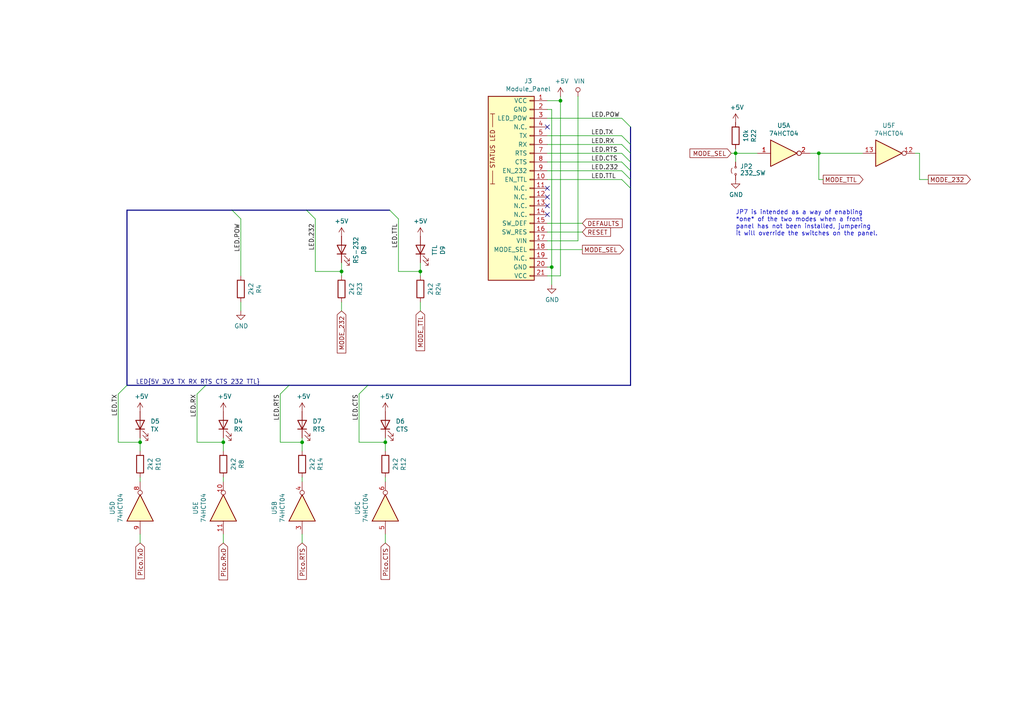
<source format=kicad_sch>
(kicad_sch (version 20231120) (generator "eeschema") (generator_version "8.0")
  (paper "A4")
  (title_block (title "BulkyModem Module (Front Panel)") (comment 3 "LED resistor values are suggested safe values, but need to be adjusted for LEDs used.") (comment 4 "Front panel connector as well as circuitry for switches and LEDs."))
  (lib_symbols
    (symbol "74xx:74HCT04"
      (property "Reference" "U" (at 0 1.27 0))
      (property "Value" "74HCT04" (at 0 -1.27 0))
      (symbol "74HCT04_1_0"
        (polyline (pts (xy -3.81 3.81) (xy -3.81 -3.81) (xy 3.81 0) (xy -3.81 3.81)) (stroke (width 0.254)) (fill (type background)))
        (pin input line (at -7.62 0 0) (length 3.81) (name "~") (number "1"))
        (pin output inverted (at 7.62 0 180) (length 3.81) (name "~") (number "2"))
      )
      (symbol "74HCT04_2_0"
        (polyline (pts (xy -3.81 3.81) (xy -3.81 -3.81) (xy 3.81 0) (xy -3.81 3.81)) (stroke (width 0.254)) (fill (type background)))
        (pin input line (at -7.62 0 0) (length 3.81) (name "~") (number "3"))
        (pin output inverted (at 7.62 0 180) (length 3.81) (name "~") (number "4"))
      )
      (symbol "74HCT04_3_0"
        (polyline (pts (xy -3.81 3.81) (xy -3.81 -3.81) (xy 3.81 0) (xy -3.81 3.81)) (stroke (width 0.254)) (fill (type background)))
        (pin input line (at -7.62 0 0) (length 3.81) (name "~") (number "5"))
        (pin output inverted (at 7.62 0 180) (length 3.81) (name "~") (number "6"))
      )
      (symbol "74HCT04_4_0"
        (polyline (pts (xy -3.81 3.81) (xy -3.81 -3.81) (xy 3.81 0) (xy -3.81 3.81)) (stroke (width 0.254)) (fill (type background)))
        (pin output inverted (at 7.62 0 180) (length 3.81) (name "~") (number "8"))
        (pin input line (at -7.62 0 0) (length 3.81) (name "~") (number "9"))
      )
      (symbol "74HCT04_5_0"
        (polyline (pts (xy -3.81 3.81) (xy -3.81 -3.81) (xy 3.81 0) (xy -3.81 3.81)) (stroke (width 0.254)) (fill (type background)))
        (pin output inverted (at 7.62 0 180) (length 3.81) (name "~") (number "10"))
        (pin input line (at -7.62 0 0) (length 3.81) (name "~") (number "11"))
      )
      (symbol "74HCT04_6_0"
        (polyline (pts (xy -3.81 3.81) (xy -3.81 -3.81) (xy 3.81 0) (xy -3.81 3.81)) (stroke (width 0.254)) (fill (type background)))
        (pin output inverted (at 7.62 0 180) (length 3.81) (name "~") (number "12"))
        (pin input line (at -7.62 0 0) (length 3.81) (name "~") (number "13"))
      )
      (symbol "74HCT04_7_0"
        (pin power_in line (at 0 12.7 270) (length 5.08) (name "VCC") (number "14"))
        (pin power_in line (at 0 -12.7 90) (length 5.08) (name "GND") (number "7"))
      )
      (symbol "74HCT04_7_1"
        (rectangle (start -5.08 7.62) (end 5.08 -7.62) (stroke (width 0.254)) (fill (type background)))
      )
    )
    (symbol "BulkyModem:Terminal_Panel" (pin_names (offset 2.0066))
      (property "Reference" "J" (at 0 27.94 0))
      (property "Value" "Terminal_Panel" (at 0 -27.94 0))
      (symbol "Terminal_Panel_0_0"
        (polyline (pts (xy 10.795 1.27) (xy 10.795 5.08)))
        (polyline (pts (xy 10.795 21.59) (xy 10.795 17.78)))
        (text "STATUS LED" (at 10.795 11.43 900) (effects (font (size 1.27 1.27))))
      )
      (symbol "Terminal_Panel_0_1"
        (rectangle (start -1.27 26.67) (end 12.065 -26.67) (stroke (width 0.254)) (fill (type background)))
        (polyline (pts (xy 10.16 21.59) (xy 11.43 21.59)))
        (polyline (pts (xy 11.43 1.27) (xy 10.16 1.27)))
      )
      (symbol "Terminal_Panel_1_1"
        (rectangle (start -1.27 -25.273) (end 0 -25.527) (stroke (width 0.1524)))
        (rectangle (start -1.27 -22.733) (end 0 -22.987) (stroke (width 0.1524)))
        (rectangle (start -1.27 -20.193) (end 0 -20.447) (stroke (width 0.1524)))
        (rectangle (start -1.27 -17.653) (end 0 -17.907) (stroke (width 0.1524)))
        (rectangle (start -1.27 -15.113) (end 0 -15.367) (stroke (width 0.1524)))
        (rectangle (start -1.27 -12.573) (end 0 -12.827) (stroke (width 0.1524)))
        (rectangle (start -1.27 -10.033) (end 0 -10.287) (stroke (width 0.1524)))
        (rectangle (start -1.27 -7.493) (end 0 -7.747) (stroke (width 0.1524)))
        (rectangle (start -1.27 -4.953) (end 0 -5.207) (stroke (width 0.1524)))
        (rectangle (start -1.27 -2.413) (end 0 -2.667) (stroke (width 0.1524)))
        (rectangle (start -1.27 0.127) (end 0 -0.127) (stroke (width 0.1524)))
        (rectangle (start -1.27 2.667) (end 0 2.413) (stroke (width 0.1524)))
        (rectangle (start -1.27 5.207) (end 0 4.953) (stroke (width 0.1524)))
        (rectangle (start -1.27 7.747) (end 0 7.493) (stroke (width 0.1524)))
        (rectangle (start -1.27 10.287) (end 0 10.033) (stroke (width 0.1524)))
        (rectangle (start -1.27 12.827) (end 0 12.573) (stroke (width 0.1524)))
        (rectangle (start -1.27 15.367) (end 0 15.113) (stroke (width 0.1524)))
        (rectangle (start -1.27 17.907) (end 0 17.653) (stroke (width 0.1524)))
        (rectangle (start -1.27 20.447) (end 0 20.193) (stroke (width 0.1524)))
        (rectangle (start -1.27 22.987) (end 0 22.733) (stroke (width 0.1524)))
        (rectangle (start -1.27 25.527) (end 0 25.273) (stroke (width 0.1524)))
        (pin power_in line (at -5.08 25.4 0) (length 3.81) (name "VCC") (number "1"))
        (pin passive line (at -5.08 2.54 0) (length 3.81) (name "EN_TTL") (number "10"))
        (pin passive line (at -5.08 0 0) (length 3.81) (name "N.C.") (number "11"))
        (pin passive line (at -5.08 -2.54 0) (length 3.81) (name "N.C.") (number "12"))
        (pin passive line (at -5.08 -5.08 0) (length 3.81) (name "N.C.") (number "13"))
        (pin passive line (at -5.08 -7.62 0) (length 3.81) (name "N.C.") (number "14"))
        (pin passive line (at -5.08 -10.16 0) (length 3.81) (name "SW_DEF") (number "15"))
        (pin passive line (at -5.08 -12.7 0) (length 3.81) (name "SW_RES") (number "16"))
        (pin passive line (at -5.08 -15.24 0) (length 3.81) (name "VIN") (number "17"))
        (pin passive line (at -5.08 -17.78 0) (length 3.81) (name "MODE_SEL") (number "18"))
        (pin passive line (at -5.08 -20.32 0) (length 3.81) (name "N.C.") (number "19"))
        (pin power_in line (at -5.08 22.86 0) (length 3.81) (name "GND") (number "2"))
        (pin passive line (at -5.08 -22.86 0) (length 3.81) (name "GND") (number "20"))
        (pin passive line (at -5.08 -25.4 0) (length 3.81) (name "VCC") (number "21"))
        (pin passive line (at -5.08 20.32 0) (length 3.81) (name "LED_POW") (number "3"))
        (pin passive line (at -5.08 17.78 0) (length 3.81) (name "N.C.") (number "4"))
        (pin passive line (at -5.08 15.24 0) (length 3.81) (name "TX") (number "5"))
        (pin passive line (at -5.08 12.7 0) (length 3.81) (name "RX") (number "6"))
        (pin passive line (at -5.08 10.16 0) (length 3.81) (name "RTS") (number "7"))
        (pin passive line (at -5.08 7.62 0) (length 3.81) (name "CTS") (number "8"))
        (pin passive line (at -5.08 5.08 0) (length 3.81) (name "EN_232") (number "9"))
      )
    )
    (symbol "Device:LED" (pin_numbers hide) (pin_names (offset 1.016) hide)
      (property "Reference" "D" (at 0 2.54 0))
      (property "Value" "LED" (at 0 -2.54 0))
      (symbol "LED_0_1"
        (polyline (pts (xy -1.27 -1.27) (xy -1.27 1.27)) (stroke (width 0.254)))
        (polyline (pts (xy -1.27 0) (xy 1.27 0)))
        (polyline (pts (xy 1.27 -1.27) (xy 1.27 1.27) (xy -1.27 0) (xy 1.27 -1.27)) (stroke (width 0.254)))
        (polyline (pts (xy -3.048 -0.762) (xy -4.572 -2.286) (xy -3.81 -2.286) (xy -4.572 -2.286) (xy -4.572 -1.524)))
        (polyline (pts (xy -1.778 -0.762) (xy -3.302 -2.286) (xy -2.54 -2.286) (xy -3.302 -2.286) (xy -3.302 -1.524)))
      )
      (symbol "LED_1_1"
        (pin passive line (at -3.81 0 0) (length 2.54) (name "K") (number "1"))
        (pin passive line (at 3.81 0 180) (length 2.54) (name "A") (number "2"))
      )
    )
    (symbol "Device:R" (pin_numbers hide) (pin_names (offset 0))
      (property "Reference" "R" (at 2.032 0 90))
      (property "Value" "R" (at 0 0 90))
      (symbol "R_0_1"
        (rectangle (start -1.016 -2.54) (end 1.016 2.54) (stroke (width 0.254)))
      )
      (symbol "R_1_1"
        (pin passive line (at 0 3.81 270) (length 1.27) (name "~") (number "1"))
        (pin passive line (at 0 -3.81 90) (length 1.27) (name "~") (number "2"))
      )
    )
    (symbol "Jumper:Jumper_2_Small_Open" (pin_numbers hide) (pin_names (offset 0) hide) (exclude_from_sim yes)
      (property "Reference" "JP" (at 0 2.794 0))
      (property "Value" "Jumper_2_Small_Open" (at 0 -2.286 0))
      (symbol "Jumper_2_Small_Open_0_0"
        (circle (center -1.016 0) (radius 0.254))
        (circle (center 1.016 0) (radius 0.254))
      )
      (symbol "Jumper_2_Small_Open_0_1"
        (arc (start 0.762 1.0196) (mid 0 1.2729) (end -0.762 1.0196))
      )
      (symbol "Jumper_2_Small_Open_1_1"
        (pin passive line (at -2.54 0 0) (length 1.27) (name "A") (number "1"))
        (pin passive line (at 2.54 0 180) (length 1.27) (name "B") (number "2"))
      )
    )
    (symbol "barrel_jack:VIN" (power) (pin_names (offset 0))
      (property "Value" "VIN" (at 0 3.81 0))
      (symbol "VIN_0_1"
        (polyline (pts (xy 0 0) (xy 0 1.27)))
        (circle (center 0 1.905) (radius 0.635))
      )
      (symbol "VIN_1_1"
        (pin power_in line (at 0 0 90) (length 0) hide (name "VIN") (number "1"))
      )
    )
    (symbol "power:+5V" (power) (pin_numbers hide) (pin_names (offset 0) hide)
      (property "Value" "+5V" (at 0 3.556 0))
      (symbol "+5V_0_1"
        (polyline (pts (xy -0.762 1.27) (xy 0 2.54)))
        (polyline (pts (xy 0 0) (xy 0 2.54)))
        (polyline (pts (xy 0 2.54) (xy 0.762 1.27)))
      )
      (symbol "+5V_1_1"
        (pin power_in line (at 0 0 90) (length 0) (name "~") (number "1"))
      )
    )
    (symbol "power:GND" (power) (pin_numbers hide) (pin_names (offset 0) hide)
      (property "Value" "GND" (at 0 -3.81 0))
      (symbol "GND_0_1"
        (polyline (pts (xy 0 0) (xy 0 -1.27) (xy 1.27 -1.27) (xy 0 -2.54) (xy -1.27 -1.27) (xy 0 -1.27)))
      )
      (symbol "GND_1_1"
        (pin power_in line (at 0 0 270) (length 0) (name "~") (number "1"))
      )
    )
  )
  (junction (at 121.92 78.74))
  (junction (at 99.06 78.74))
  (junction (at 40.64 128.27))
  (junction (at 111.76 128.27))
  (junction (at 64.77 128.27))
  (junction (at 87.63 128.27))
  (junction (at 237.49 44.45))
  (junction (at 162.56 29.21))
  (junction (at 213.36 44.45))
  (junction (at 160.02 77.47))
  (no_connect (at 158.75 36.83))
  (no_connect (at 158.75 62.23))
  (no_connect (at 158.75 59.69))
  (no_connect (at 158.75 57.15))
  (no_connect (at 158.75 54.61))
  (bus_entry (at 182.88 49.53) (size -2.54 -2.54))
  (bus_entry (at 106.68 111.76) (size -2.54 2.54))
  (bus_entry (at 88.9 60.96) (size 2.54 2.54))
  (bus_entry (at 182.88 52.07) (size -2.54 -2.54))
  (bus_entry (at 67.31 60.96) (size 2.54 2.54))
  (bus_entry (at 182.88 54.61) (size -2.54 -2.54))
  (bus_entry (at 113.03 60.96) (size 2.54 2.54))
  (bus_entry (at 83.82 111.76) (size -2.54 2.54))
  (bus_entry (at 182.88 41.91) (size -2.54 -2.54))
  (bus_entry (at 36.83 111.76) (size -2.54 2.54))
  (bus_entry (at 59.69 111.76) (size -2.54 2.54))
  (bus_entry (at 182.88 44.45) (size -2.54 -2.54))
  (bus_entry (at 182.88 46.99) (size -2.54 -2.54))
  (bus_entry (at 182.88 36.83) (size -2.54 -2.54))
  (wire (pts (xy 64.77 128.27) (xy 64.77 130.81)))
  (wire (pts (xy 111.76 154.94) (xy 111.76 157.48)))
  (wire (pts (xy 111.76 128.27) (xy 111.76 130.81)))
  (wire (pts (xy 167.64 69.85) (xy 158.75 69.85)))
  (wire (pts (xy 81.28 128.27) (xy 81.28 114.3)))
  (bus (pts (xy 36.83 60.96) (xy 67.31 60.96)))
  (wire (pts (xy 99.06 76.2) (xy 99.06 78.74)))
  (bus (pts (xy 182.88 52.07) (xy 182.88 54.61)))
  (wire (pts (xy 158.75 41.91) (xy 180.34 41.91)))
  (wire (pts (xy 115.57 78.74) (xy 121.92 78.74)))
  (wire (pts (xy 121.92 76.2) (xy 121.92 78.74)))
  (wire (pts (xy 40.64 127) (xy 40.64 128.27)))
  (wire (pts (xy 40.64 138.43) (xy 40.64 139.7)))
  (wire (pts (xy 87.63 127) (xy 87.63 128.27)))
  (wire (pts (xy 250.19 44.45) (xy 237.49 44.45)))
  (wire (pts (xy 87.63 139.7) (xy 87.63 138.43)))
  (bus (pts (xy 36.83 60.96) (xy 36.83 111.76)))
  (wire (pts (xy 121.92 87.63) (xy 121.92 90.17)))
  (bus (pts (xy 83.82 111.76) (xy 106.68 111.76)))
  (wire (pts (xy 269.24 52.07) (xy 266.7 52.07)))
  (wire (pts (xy 162.56 29.21) (xy 162.56 27.94)))
  (wire (pts (xy 111.76 127) (xy 111.76 128.27)))
  (bus (pts (xy 182.88 46.99) (xy 182.88 49.53)))
  (wire (pts (xy 87.63 154.94) (xy 87.63 157.48)))
  (wire (pts (xy 158.75 80.01) (xy 162.56 80.01)))
  (wire (pts (xy 115.57 78.74) (xy 115.57 63.5)))
  (wire (pts (xy 158.75 64.77) (xy 168.91 64.77)))
  (wire (pts (xy 40.64 154.94) (xy 40.64 157.48)))
  (wire (pts (xy 111.76 139.7) (xy 111.76 138.43)))
  (wire (pts (xy 104.14 128.27) (xy 104.14 114.3)))
  (wire (pts (xy 91.44 78.74) (xy 91.44 63.5)))
  (wire (pts (xy 121.92 78.74) (xy 121.92 80.01)))
  (wire (pts (xy 266.7 44.45) (xy 266.7 52.07)))
  (bus (pts (xy 182.88 41.91) (xy 182.88 44.45)))
  (wire (pts (xy 237.49 52.07) (xy 238.76 52.07)))
  (bus (pts (xy 182.88 36.83) (xy 182.88 41.91)))
  (wire (pts (xy 99.06 78.74) (xy 99.06 80.01)))
  (bus (pts (xy 182.88 44.45) (xy 182.88 46.99)))
  (bus (pts (xy 182.88 54.61) (xy 182.88 111.76)))
  (bus (pts (xy 106.68 111.76) (xy 182.88 111.76)))
  (wire (pts (xy 81.28 128.27) (xy 87.63 128.27)))
  (wire (pts (xy 34.29 128.27) (xy 40.64 128.27)))
  (wire (pts (xy 158.75 67.31) (xy 168.91 67.31)))
  (wire (pts (xy 158.75 52.07) (xy 180.34 52.07)))
  (wire (pts (xy 91.44 78.74) (xy 99.06 78.74)))
  (wire (pts (xy 213.36 44.45) (xy 213.36 43.18)))
  (bus (pts (xy 59.69 111.76) (xy 83.82 111.76)))
  (wire (pts (xy 104.14 128.27) (xy 111.76 128.27)))
  (wire (pts (xy 167.64 27.94) (xy 167.64 69.85)))
  (wire (pts (xy 57.15 128.27) (xy 57.15 114.3)))
  (wire (pts (xy 69.85 87.63) (xy 69.85 90.17)))
  (wire (pts (xy 213.36 46.99) (xy 213.36 44.45)))
  (wire (pts (xy 40.64 128.27) (xy 40.64 130.81)))
  (wire (pts (xy 212.09 44.45) (xy 213.36 44.45)))
  (wire (pts (xy 266.7 44.45) (xy 265.43 44.45)))
  (wire (pts (xy 158.75 77.47) (xy 160.02 77.47)))
  (wire (pts (xy 158.75 72.39) (xy 168.91 72.39)))
  (wire (pts (xy 160.02 77.47) (xy 160.02 82.55)))
  (wire (pts (xy 99.06 87.63) (xy 99.06 90.17)))
  (wire (pts (xy 64.77 154.94) (xy 64.77 157.48)))
  (bus (pts (xy 36.83 111.76) (xy 59.69 111.76)))
  (bus (pts (xy 182.88 49.53) (xy 182.88 52.07)))
  (wire (pts (xy 158.75 34.29) (xy 180.34 34.29)))
  (wire (pts (xy 64.77 138.43) (xy 64.77 139.7)))
  (wire (pts (xy 64.77 127) (xy 64.77 128.27)))
  (wire (pts (xy 160.02 31.75) (xy 160.02 77.47)))
  (bus (pts (xy 67.31 60.96) (xy 88.9 60.96)))
  (wire (pts (xy 69.85 63.5) (xy 69.85 80.01)))
  (wire (pts (xy 87.63 128.27) (xy 87.63 130.81)))
  (wire (pts (xy 158.75 29.21) (xy 162.56 29.21)))
  (wire (pts (xy 162.56 29.21) (xy 162.56 80.01)))
  (wire (pts (xy 158.75 46.99) (xy 180.34 46.99)))
  (wire (pts (xy 34.29 128.27) (xy 34.29 114.3)))
  (wire (pts (xy 158.75 44.45) (xy 180.34 44.45)))
  (wire (pts (xy 57.15 128.27) (xy 64.77 128.27)))
  (wire (pts (xy 158.75 39.37) (xy 180.34 39.37)))
  (wire (pts (xy 234.95 44.45) (xy 237.49 44.45)))
  (bus (pts (xy 88.9 60.96) (xy 113.03 60.96)))
  (wire (pts (xy 213.36 44.45) (xy 219.71 44.45)))
  (wire (pts (xy 160.02 31.75) (xy 158.75 31.75)))
  (wire (pts (xy 237.49 44.45) (xy 237.49 52.07)))
  (wire (pts (xy 158.75 49.53) (xy 180.34 49.53)))
  (text "JP7 is intended as a way of enabling\n*one* of the two modes when a front\npanel has not been installed, jumpering\nit will override the switches on the panel." (at 213.36 68.58 0) (effects (font (size 1.27 1.27)) (justify left bottom)))
  (label "LED.RTS" (at 81.28 114.3 270))
  (label "LED.TX" (at 34.29 114.3 270))
  (label "LED.232" (at 91.44 64.77 270))
  (label "LED.TTL" (at 115.57 64.77 270))
  (label "LED.RX" (at 57.15 114.3 270))
  (label "LED.RX" (at 171.45 41.91 0))
  (label "LED.TTL" (at 171.45 52.07 0))
  (label "LED.POW" (at 171.45 34.29 0))
  (label "LED.TX" (at 171.45 39.37 0))
  (label "LED.CTS" (at 104.14 114.3 270))
  (label "LED.POW" (at 69.85 64.77 270))
  (label "LED.RTS" (at 171.45 44.45 0))
  (label "LED.CTS" (at 171.45 46.99 0))
  (label "LED{5V 3V3 TX RX RTS CTS 232 TTL}" (at 39.37 111.76 0))
  (label "LED.232" (at 171.45 49.53 0))
  (global_label "MODE_TTL" (shape output) (at 238.76 52.07 0) (property "Intersheetrefs" "${INTERSHEET_REFS}" (effects (hide yes))))
  (global_label "Pico.TxD" (shape input) (at 40.64 157.48 270) (property "Intersheetrefs" "${INTERSHEET_REFS}" (effects (hide yes))))
  (global_label "MODE_TTL" (shape input) (at 121.92 90.17 270) (property "Intersheetrefs" "${INTERSHEET_REFS}" (effects (hide yes))))
  (global_label "MODE_SEL" (shape output) (at 168.91 72.39 0) (property "Intersheetrefs" "${INTERSHEET_REFS}" (effects (hide yes))))
  (global_label "Pico.CTS" (shape input) (at 111.76 157.48 270) (property "Intersheetrefs" "${INTERSHEET_REFS}" (effects (hide yes))))
  (global_label "Pico.RTS" (shape input) (at 87.63 157.48 270) (property "Intersheetrefs" "${INTERSHEET_REFS}" (effects (hide yes))))
  (global_label "DEFAULTS" (shape input) (at 168.91 64.77 0) (property "Intersheetrefs" "${INTERSHEET_REFS}" (effects (hide yes))))
  (global_label "RESET" (shape input) (at 168.91 67.31 0) (property "Intersheetrefs" "${INTERSHEET_REFS}" (effects (hide yes))))
  (global_label "MODE_232" (shape input) (at 99.06 90.17 270) (property "Intersheetrefs" "${INTERSHEET_REFS}" (effects (hide yes))))
  (global_label "MODE_232" (shape output) (at 269.24 52.07 0) (property "Intersheetrefs" "${INTERSHEET_REFS}" (effects (hide yes))))
  (global_label "Pico.RxD" (shape input) (at 64.77 157.48 270) (property "Intersheetrefs" "${INTERSHEET_REFS}" (effects (hide yes))))
  (global_label "MODE_SEL" (shape input) (at 212.09 44.45 180) (property "Intersheetrefs" "${INTERSHEET_REFS}" (effects (hide yes))))
  (symbol (lib_id "BulkyModem:Terminal_Panel") (at 153.67 54.61 0) (mirror y) (unit 1)
    (property "Reference" "J3" (at 153.2128 23.495 0))
    (property "Value" "Module_Panel" (at 153.2128 25.8064 0))
    (property "Footprint" "BulkyModem:Terminal_Panel" (effects (hide yes)))
    (property "Description" "Generic connector, single row, 01x21, script generated (kicad-library-utils/schlib/autogen/connector/)" (effects (hide yes)))
  )
  (symbol (lib_id "power:GND") (at 160.02 82.55 0) (unit 1)
    (property "Reference" "#PWR0116" (effects (hide yes)))
    (property "Value" "GND" (at 160.147 86.9442 0))
    (property "Description" "Power symbol creates a global label with name \"GND\" , ground" (effects (hide yes)))
  )
  (symbol (lib_id "power:+5V") (at 162.56 27.94 0) (unit 1)
    (property "Reference" "#PWR0117" (effects (hide yes)))
    (property "Value" "+5V" (at 162.941 23.5458 0))
    (property "Description" "Power symbol creates a global label with name \"+5V\"" (effects (hide yes)))
  )
  (symbol (lib_id "power:GND") (at 69.85 90.17 0) (unit 1)
    (property "Reference" "#PWR0121" (effects (hide yes)))
    (property "Value" "GND" (at 69.977 94.5642 0))
    (property "Description" "Power symbol creates a global label with name \"GND\" , ground" (effects (hide yes)))
  )
  (symbol (lib_id "Device:R") (at 69.85 83.82 180) (unit 1)
    (property "Reference" "R4" (at 75.1078 83.82 90))
    (property "Value" "2k2" (at 72.7964 83.82 90))
    (property "Footprint" "resistor:R_Axial_DIN0207_L6.3mm_D2.5mm_P10.16mm_Horizontal" (effects (hide yes)))
    (property "Description" "Resistor" (effects (hide yes)))
  )
  (symbol (lib_id "Device:R") (at 40.64 134.62 180) (unit 1)
    (property "Reference" "R10" (at 45.8978 134.62 90))
    (property "Value" "2k2" (at 43.5864 134.62 90))
    (property "Footprint" "resistor:R_Axial_DIN0207_L6.3mm_D2.5mm_P10.16mm_Horizontal" (effects (hide yes)))
    (property "Description" "Resistor" (effects (hide yes)))
  )
  (symbol (lib_id "Device:LED") (at 40.64 123.19 90) (unit 1)
    (property "Reference" "D5" (at 43.6372 122.1994 90) (effects (justify right)))
    (property "Value" "TX" (at 43.6372 124.5108 90) (effects (justify right)))
    (property "Footprint" "LED_THT:LED_D3.0mm" (effects (hide yes)))
    (property "Description" "Light emitting diode" (effects (hide yes)))
  )
  (symbol (lib_id "power:+5V") (at 40.64 119.38 0) (unit 1)
    (property "Reference" "#PWR0124" (effects (hide yes)))
    (property "Value" "+5V" (at 41.021 114.9858 0))
    (property "Description" "Power symbol creates a global label with name \"+5V\"" (effects (hide yes)))
  )
  (symbol (lib_id "Device:R") (at 64.77 134.62 180) (unit 1)
    (property "Reference" "R8" (at 70.0278 134.62 90))
    (property "Value" "2k2" (at 67.7164 134.62 90))
    (property "Footprint" "resistor:R_Axial_DIN0207_L6.3mm_D2.5mm_P10.16mm_Horizontal" (effects (hide yes)))
    (property "Description" "Resistor" (effects (hide yes)))
  )
  (symbol (lib_id "Device:LED") (at 64.77 123.19 90) (unit 1)
    (property "Reference" "D4" (at 67.7672 122.1994 90) (effects (justify right)))
    (property "Value" "RX" (at 67.7672 124.5108 90) (effects (justify right)))
    (property "Footprint" "LED_THT:LED_D3.0mm" (effects (hide yes)))
    (property "Description" "Light emitting diode" (effects (hide yes)))
  )
  (symbol (lib_id "power:+5V") (at 64.77 119.38 0) (unit 1)
    (property "Reference" "#PWR0126" (effects (hide yes)))
    (property "Value" "+5V" (at 65.151 114.9858 0))
    (property "Description" "Power symbol creates a global label with name \"+5V\"" (effects (hide yes)))
  )
  (symbol (lib_id "Device:R") (at 111.76 134.62 180) (unit 1)
    (property "Reference" "R12" (at 117.0178 134.62 90))
    (property "Value" "2k2" (at 114.7064 134.62 90))
    (property "Footprint" "resistor:R_Axial_DIN0207_L6.3mm_D2.5mm_P10.16mm_Horizontal" (effects (hide yes)))
    (property "Description" "Resistor" (effects (hide yes)))
  )
  (symbol (lib_id "Device:LED") (at 111.76 123.19 90) (unit 1)
    (property "Reference" "D6" (at 114.7572 122.1994 90) (effects (justify right)))
    (property "Value" "CTS" (at 114.7572 124.5108 90) (effects (justify right)))
    (property "Footprint" "LED_THT:LED_D3.0mm" (effects (hide yes)))
    (property "Description" "Light emitting diode" (effects (hide yes)))
  )
  (symbol (lib_id "power:+5V") (at 111.76 119.38 0) (unit 1)
    (property "Reference" "#PWR0128" (effects (hide yes)))
    (property "Value" "+5V" (at 112.141 114.9858 0))
    (property "Description" "Power symbol creates a global label with name \"+5V\"" (effects (hide yes)))
  )
  (symbol (lib_id "Device:R") (at 87.63 134.62 180) (unit 1)
    (property "Reference" "R14" (at 92.8878 134.62 90))
    (property "Value" "2k2" (at 90.5764 134.62 90))
    (property "Footprint" "resistor:R_Axial_DIN0207_L6.3mm_D2.5mm_P10.16mm_Horizontal" (effects (hide yes)))
    (property "Description" "Resistor" (effects (hide yes)))
  )
  (symbol (lib_id "Device:LED") (at 87.63 123.19 90) (unit 1)
    (property "Reference" "D7" (at 90.6272 122.1994 90) (effects (justify right)))
    (property "Value" "RTS" (at 90.6272 124.5108 90) (effects (justify right)))
    (property "Footprint" "LED_THT:LED_D3.0mm" (effects (hide yes)))
    (property "Description" "Light emitting diode" (effects (hide yes)))
  )
  (symbol (lib_id "power:+5V") (at 87.63 119.38 0) (unit 1)
    (property "Reference" "#PWR0130" (effects (hide yes)))
    (property "Value" "+5V" (at 88.011 114.9858 0))
    (property "Description" "Power symbol creates a global label with name \"+5V\"" (effects (hide yes)))
  )
  (symbol (lib_id "74xx:74HCT04") (at 87.63 147.32 90) (unit 2)
    (property "Reference" "U5" (at 79.5782 147.32 0))
    (property "Value" "74HCT04" (at 81.8896 147.32 0))
    (property "Footprint" "Package_DIP:DIP-14_W7.62mm_Socket_LongPads" (effects (hide yes)))
    (property "Datasheet" "https://assets.nexperia.com/documents/data-sheet/74HC_HCT04.pdf" (effects (hide yes)))
    (property "Description" "Hex Inverter" (effects (hide yes)))
  )
  (symbol (lib_id "74xx:74HCT04") (at 111.76 147.32 90) (unit 3)
    (property "Reference" "U5" (at 103.7082 147.32 0))
    (property "Value" "74HCT04" (at 106.0196 147.32 0))
    (property "Footprint" "Package_DIP:DIP-14_W7.62mm_Socket_LongPads" (effects (hide yes)))
    (property "Datasheet" "https://assets.nexperia.com/documents/data-sheet/74HC_HCT04.pdf" (effects (hide yes)))
    (property "Description" "Hex Inverter" (effects (hide yes)))
  )
  (symbol (lib_id "Device:R") (at 121.92 83.82 180) (unit 1)
    (property "Reference" "R24" (at 127.1778 83.82 90))
    (property "Value" "2k2" (at 124.8664 83.82 90))
    (property "Footprint" "resistor:R_Axial_DIN0207_L6.3mm_D2.5mm_P10.16mm_Horizontal" (effects (hide yes)))
    (property "Description" "Resistor" (effects (hide yes)))
  )
  (symbol (lib_id "Jumper:Jumper_2_Small_Open") (at 213.36 49.53 90) (unit 1) (exclude_from_sim yes)
    (property "Reference" "JP2" (at 214.63 48.26 90) (effects (justify right)))
    (property "Value" "232_SW" (at 214.63 50.165 90) (effects (justify right)))
    (property "Footprint" "Connector_PinHeader_2.54mm:PinHeader_1x02_P2.54mm_Vertical" (effects (hide yes)))
    (property "Description" "Jumper, 2-pole, small symbol, open" (effects (hide yes)))
  )
  (symbol (lib_id "power:+5V") (at 99.06 68.58 0) (unit 1)
    (property "Reference" "#PWR022" (effects (hide yes)))
    (property "Value" "+5V" (at 99.06 64.135 0))
    (property "Description" "Power symbol creates a global label with name \"+5V\"" (effects (hide yes)))
  )
  (symbol (lib_id "Device:LED") (at 99.06 72.39 90) (unit 1)
    (property "Reference" "D8" (at 105.537 72.5678 0))
    (property "Value" "RS-232" (at 103.2256 72.5678 0))
    (property "Footprint" "LED_THT:LED_D3.0mm" (effects (hide yes)))
    (property "Description" "Light emitting diode" (effects (hide yes)))
  )
  (symbol (lib_id "74xx:74HCT04") (at 64.77 147.32 90) (unit 5)
    (property "Reference" "U5" (at 56.7182 147.32 0))
    (property "Value" "74HCT04" (at 59.0296 147.32 0))
    (property "Footprint" "Package_DIP:DIP-14_W7.62mm_Socket_LongPads" (effects (hide yes)))
    (property "Datasheet" "https://assets.nexperia.com/documents/data-sheet/74HC_HCT04.pdf" (effects (hide yes)))
    (property "Description" "Hex Inverter" (effects (hide yes)))
  )
  (symbol (lib_id "barrel_jack:VIN") (at 167.64 27.94 0) (unit 1)
    (property "Reference" "#PWR02" (effects (hide yes)))
    (property "Value" "VIN" (at 168.0718 23.5458 0))
    (property "Description" "Power symbol creates a global label with name \"LINE\"" (effects (hide yes)))
  )
  (symbol (lib_id "Device:R") (at 213.36 39.37 180) (unit 1)
    (property "Reference" "R22" (at 218.6178 39.37 90))
    (property "Value" "10k" (at 216.3064 39.37 90))
    (property "Footprint" "resistor:R_Axial_DIN0207_L6.3mm_D2.5mm_P10.16mm_Horizontal" (effects (hide yes)))
    (property "Description" "Resistor" (effects (hide yes)))
  )
  (symbol (lib_id "74xx:74HCT04") (at 257.81 44.45 0) (unit 6)
    (property "Reference" "U5" (at 257.81 36.3982 0))
    (property "Value" "74HCT04" (at 257.81 38.7096 0))
    (property "Footprint" "Package_DIP:DIP-14_W7.62mm_Socket_LongPads" (effects (hide yes)))
    (property "Datasheet" "https://assets.nexperia.com/documents/data-sheet/74HC_HCT04.pdf" (effects (hide yes)))
    (property "Description" "Hex Inverter" (effects (hide yes)))
  )
  (symbol (lib_id "power:GND") (at 213.36 52.07 0) (unit 1)
    (property "Reference" "#PWR021" (effects (hide yes)))
    (property "Value" "GND" (at 213.487 56.4642 0))
    (property "Description" "Power symbol creates a global label with name \"GND\" , ground" (effects (hide yes)))
  )
  (symbol (lib_id "Device:LED") (at 121.92 72.39 90) (unit 1)
    (property "Reference" "D9" (at 128.397 72.5678 0))
    (property "Value" "TTL" (at 126.0856 72.5678 0))
    (property "Footprint" "LED_THT:LED_D3.0mm" (effects (hide yes)))
    (property "Description" "Light emitting diode" (effects (hide yes)))
  )
  (symbol (lib_id "74xx:74HCT04") (at 227.33 44.45 0) (unit 1)
    (property "Reference" "U5" (at 227.33 36.3982 0))
    (property "Value" "74HCT04" (at 227.33 38.7096 0))
    (property "Footprint" "Package_DIP:DIP-14_W7.62mm_Socket_LongPads" (effects (hide yes)))
    (property "Datasheet" "https://assets.nexperia.com/documents/data-sheet/74HC_HCT04.pdf" (effects (hide yes)))
    (property "Description" "Hex Inverter" (effects (hide yes)))
  )
  (symbol (lib_id "74xx:74HCT04") (at 40.64 147.32 90) (unit 4)
    (property "Reference" "U5" (at 32.5882 147.32 0))
    (property "Value" "74HCT04" (at 34.8996 147.32 0))
    (property "Footprint" "Package_DIP:DIP-14_W7.62mm_Socket_LongPads" (effects (hide yes)))
    (property "Datasheet" "https://assets.nexperia.com/documents/data-sheet/74HC_HCT04.pdf" (effects (hide yes)))
    (property "Description" "Hex Inverter" (effects (hide yes)))
  )
  (symbol (lib_id "Device:R") (at 99.06 83.82 180) (unit 1)
    (property "Reference" "R23" (at 104.3178 83.82 90))
    (property "Value" "2k2" (at 102.0064 83.82 90))
    (property "Footprint" "resistor:R_Axial_DIN0207_L6.3mm_D2.5mm_P10.16mm_Horizontal" (effects (hide yes)))
    (property "Description" "Resistor" (effects (hide yes)))
  )
  (symbol (lib_id "power:+5V") (at 121.92 68.58 0) (unit 1)
    (property "Reference" "#PWR023" (effects (hide yes)))
    (property "Value" "+5V" (at 121.92 64.135 0))
    (property "Description" "Power symbol creates a global label with name \"+5V\"" (effects (hide yes)))
  )
  (symbol (lib_id "power:+5V") (at 213.36 35.56 0) (unit 1)
    (property "Reference" "#PWR020" (effects (hide yes)))
    (property "Value" "+5V" (at 213.741 31.1658 0))
    (property "Description" "Power symbol creates a global label with name \"+5V\"" (effects (hide yes)))
  )
)
</source>
